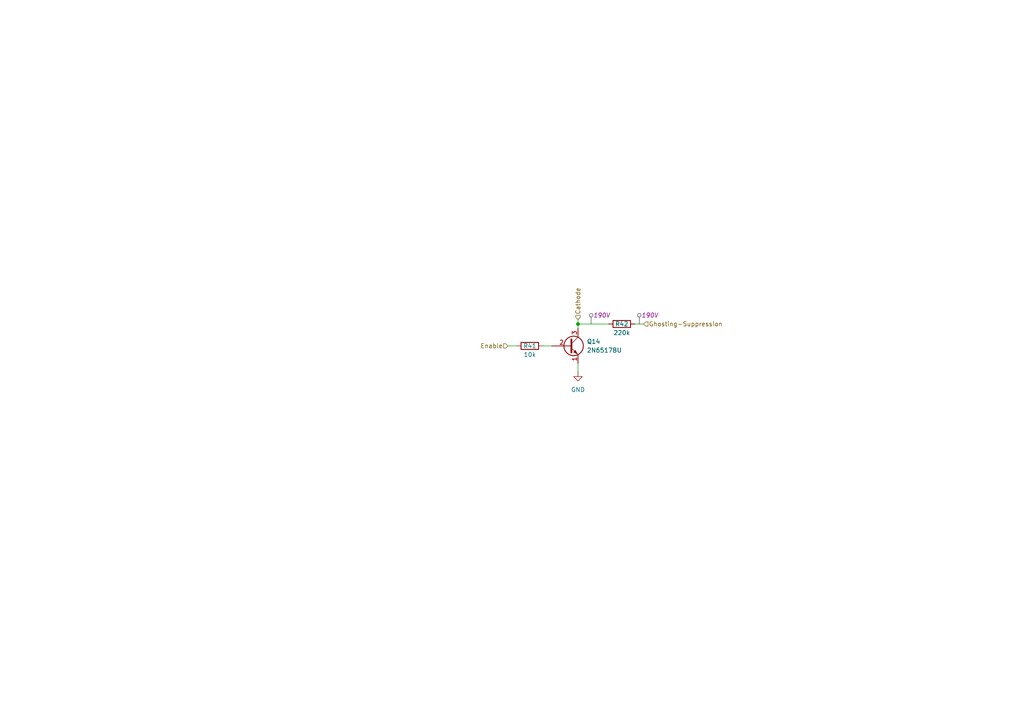
<source format=kicad_sch>
(kicad_sch (version 20231120) (generator "eeschema") (generator_version "8.0")
  (paper "A4")
  (lib_symbols
    (symbol "Device:Q_NPN_EBC" (pin_names (offset 0) hide)
      (property "Reference" "Q" (at 5.08 1.27 0))
      (property "Value" "Q_NPN_EBC" (at 5.08 -1.27 0))
      (symbol "Q_NPN_EBC_0_1"
        (polyline (pts (xy 0.635 0.635) (xy 2.54 2.54)))
        (polyline (pts (xy 0.635 -0.635) (xy 2.54 -2.54) (xy 2.54 -2.54)))
        (polyline (pts (xy 0.635 1.905) (xy 0.635 -1.905) (xy 0.635 -1.905)) (stroke (width 0.508)))
        (polyline (pts (xy 1.27 -1.778) (xy 1.778 -1.27) (xy 2.286 -2.286) (xy 1.27 -1.778) (xy 1.27 -1.778)) (fill (type outline)))
        (circle (center 1.27 0) (radius 2.8194) (stroke (width 0.254)))
      )
      (symbol "Q_NPN_EBC_1_1"
        (pin passive line (at 2.54 -5.08 90) (length 2.54) (name "E") (number "1"))
        (pin passive line (at -5.08 0 0) (length 5.715) (name "B") (number "2"))
        (pin passive line (at 2.54 5.08 270) (length 2.54) (name "C") (number "3"))
      )
    )
    (symbol "Device:R" (pin_numbers hide) (pin_names (offset 0))
      (property "Reference" "R" (at 2.032 0 90))
      (property "Value" "R" (at 0 0 90))
      (symbol "R_0_1"
        (rectangle (start -1.016 -2.54) (end 1.016 2.54) (stroke (width 0.254)))
      )
      (symbol "R_1_1"
        (pin passive line (at 0 3.81 270) (length 1.27) (name "~") (number "1"))
        (pin passive line (at 0 -3.81 90) (length 1.27) (name "~") (number "2"))
      )
    )
    (symbol "power:GND" (power) (pin_numbers hide) (pin_names (offset 0) hide)
      (property "Value" "GND" (at 0 -3.81 0))
      (symbol "GND_0_1"
        (polyline (pts (xy 0 0) (xy 0 -1.27) (xy 1.27 -1.27) (xy 0 -2.54) (xy -1.27 -1.27) (xy 0 -1.27)))
      )
      (symbol "GND_1_1"
        (pin power_in line (at 0 0 270) (length 0) (name "~") (number "1"))
      )
    )
  )
  (junction (at 167.64 93.98))
  (wire (pts (xy 184.15 93.98) (xy 186.69 93.98)))
  (wire (pts (xy 147.32 100.33) (xy 149.86 100.33)))
  (wire (pts (xy 157.48 100.33) (xy 160.02 100.33)))
  (wire (pts (xy 167.64 92.71) (xy 167.64 93.98)))
  (wire (pts (xy 167.64 105.41) (xy 167.64 107.95)))
  (wire (pts (xy 167.64 93.98) (xy 176.53 93.98)))
  (wire (pts (xy 167.64 93.98) (xy 167.64 95.25)))
  (hierarchical_label "Ghosting-Suppression" (shape input) (at 186.69 93.98 0))
  (hierarchical_label "Enable" (shape input) (at 147.32 100.33 180))
  (hierarchical_label "Cathode" (shape input) (at 167.64 92.71 90))
  (netclass_flag "" (length 2.54) (shape round) (at 171.45 93.98 0) (property "Netclass" "190V" (at 172.0596 91.44 0) (effects (font (italic yes)) (justify left))))
  (netclass_flag "" (length 2.54) (shape round) (at 185.42 93.98 0) (property "Netclass" "190V" (at 186.0296 91.44 0) (effects (font (italic yes)) (justify left))))
  (symbol (lib_id "Device:Q_NPN_EBC") (at 165.1 100.33 0) (unit 1)
    (property "Reference" "Q14" (at 170.18 99.0599 0) (effects (justify left)))
    (property "Value" "2N6517BU" (at 170.18 101.5999 0) (effects (justify left)))
    (property "Footprint" "Package_TO_SOT_THT:TO-92_Wide" (effects (hide yes)))
    (property "Datasheet" "https://www.onsemi.com/pdf/datasheet/2n6515-d.pdf" (effects (hide yes)))
    (property "Description" "NPN transistor, emitter/base/collector" (effects (hide yes)))
    (instances (project "nixie-clock" (path "" (reference "Q14") (unit 1)) (path "" (reference "Q15") (unit 1)) (path "" (reference "Q16") (unit 1)) (path "" (reference "Q17") (unit 1)) (path "" (reference "Q18") (unit 1)) (path "" (reference "Q19") (unit 1)) (path "" (reference "Q20") (unit 1)) (path "" (reference "Q21") (unit 1)) (path "" (reference "Q22") (unit 1)) (path "" (reference "Q23") (unit 1))))
  )
  (symbol (lib_id "Device:R") (at 180.34 93.98 90) (unit 1)
    (property "Reference" "R42" (at 180.34 93.98 90))
    (property "Value" "220k" (at 180.34 96.52 90))
    (property "Footprint" "Resistor_SMD:R_1206_3216Metric_Pad1.30x1.75mm_HandSolder" (effects (hide yes)))
    (property "Description" "Resistor" (effects (hide yes)))
    (instances (project "nixie-clock" (path "" (reference "R42") (unit 1)) (path "" (reference "R44") (unit 1)) (path "" (reference "R46") (unit 1)) (path "" (reference "R48") (unit 1)) (path "" (reference "R50") (unit 1)) (path "" (reference "R52") (unit 1)) (path "" (reference "R54") (unit 1)) (path "" (reference "R56") (unit 1)) (path "" (reference "R58") (unit 1)) (path "" (reference "R60") (unit 1))))
  )
  (symbol (lib_id "power:GND") (at 167.64 107.95 0) (unit 1)
    (property "Reference" "#PWR061" (effects (hide yes)))
    (property "Value" "GND" (at 167.64 113.03 0))
    (property "Description" "Power symbol creates a global label with name \"GND\" , ground" (effects (hide yes)))
    (instances (project "nixie-clock" (path "" (reference "#PWR061") (unit 1)) (path "" (reference "#PWR062") (unit 1)) (path "" (reference "#PWR063") (unit 1)) (path "" (reference "#PWR064") (unit 1)) (path "" (reference "#PWR065") (unit 1)) (path "" (reference "#PWR066") (unit 1)) (path "" (reference "#PWR067") (unit 1)) (path "" (reference "#PWR068") (unit 1)) (path "" (reference "#PWR069") (unit 1)) (path "" (reference "#PWR070") (unit 1))))
  )
  (symbol (lib_id "Device:R") (at 153.67 100.33 90) (unit 1)
    (property "Reference" "R41" (at 153.67 100.33 90))
    (property "Value" "10k" (at 153.67 102.87 90))
    (property "Footprint" "Resistor_SMD:R_0603_1608Metric_Pad0.98x0.95mm_HandSolder" (effects (hide yes)))
    (property "Description" "Resistor" (effects (hide yes)))
    (instances (project "nixie-clock" (path "" (reference "R41") (unit 1)) (path "" (reference "R43") (unit 1)) (path "" (reference "R45") (unit 1)) (path "" (reference "R47") (unit 1)) (path "" (reference "R49") (unit 1)) (path "" (reference "R51") (unit 1)) (path "" (reference "R53") (unit 1)) (path "" (reference "R55") (unit 1)) (path "" (reference "R57") (unit 1)) (path "" (reference "R59") (unit 1))))
  )
)
</source>
